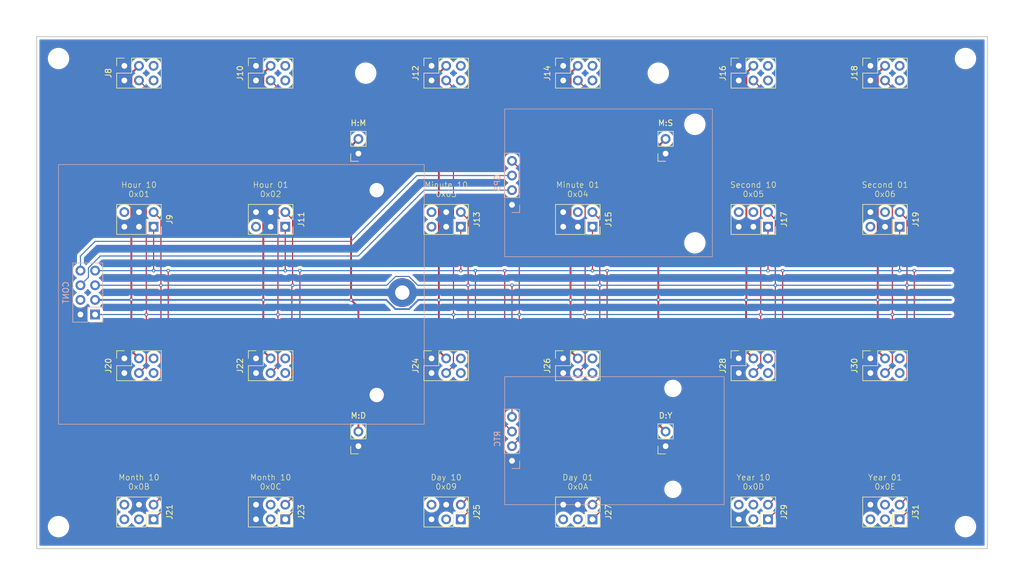
<source format=kicad_pcb>
(kicad_pcb (version 20240108) (generator "pcbnew") (generator_version "8.0")
  (layers (0 "F.Cu" signal) (31 "B.Cu" signal) (34 "B.Paste" user) (35 "F.Paste" user) (36 "B.SilkS" user "B.Silkscreen") (37 "F.SilkS" user "F.Silkscreen") (38 "B.Mask" user) (39 "F.Mask" user) (44 "Edge.Cuts" user))
  (net 0 "")
  (net 1 "GND")
  (net 2 "Vdd")
  (net 3 "Vnn")
  (net 4 "MCU TX {slash} GPS RX")
  (net 5 "SCL")
  (net 7 "MCU RX {slash} GPS TX")
  (net 8 "SDA")
  (net 11 "/Hour10/ADDR0")
  (net 14 "/Hour01/ADDR1")
  (net 17 "/Minute10/ADDR0")
  (net 18 "/Minute10/ADDR1")
  (net 21 "/Minute01/ADDR2")
  (net 24 "/Second10/ADDR2")
  (net 25 "/Second10/ADDR0")
  (net 28 "/Second01/ADDR1")
  (net 29 "/Second01/ADDR2")
  (net 32 "/Month10/ADDR0")
  (net 33 "/Month10/ADDR3")
  (net 36 "/Month01/ADDR3")
  (net 39 "/Day10/ADDR3")
  (net 40 "/Day10/ADDR0")
  (net 43 "/Day01/ADDR3")
  (net 46 "/Year10/ADDR0")
  (net 47 "/Year10/ADDR2")
  (net 48 "/Year10/ADDR3")
  (net 51 "/Year01/ADDR2")
  (net 52 "/Year01/ADDR3")
  (net 53 "/Year01/ADDR1")
  (net 54 "/Month10/ADDR1")
  (net 55 "/Month01/ADDR2")
  (net 56 "/Day01/ADDR1")
  (footprint "Connector_PinSocket_2.54mm:PinSocket_2x03_P2.54mm_Vertical" (layer "F.Cu") (at 77.47 96.52 -90)
    (property "Reference" "J9" (at -1.27 -2.77 90) (layer "F.SilkS"))
    (property "Value" "Conn_02x03_Odd_Even")
    (pad "1" thru_hole rect (at 0 0 270) (size 1.7 1.7) (drill 1) (layers "*.Cu" "*.Mask") (net 8 "SDA"))
    (pad "2" thru_hole oval (at -2.54 0 270) (size 1.7 1.7) (drill 1) (layers "*.Cu" "*.Mask") (net 5 "SCL"))
    (pad "3" thru_hole oval (at 0 2.54 270) (size 1.7 1.7) (drill 1) (layers "*.Cu" "*.Mask") (net 1 "GND"))
    (pad "4" thru_hole oval (at -2.54 2.54 270) (size 1.7 1.7) (drill 1) (layers "*.Cu" "*.Mask") (net 1 "GND"))
    (pad "5" thru_hole oval (at 0 5.08 270) (size 1.7 1.7) (drill 1) (layers "*.Cu" "*.Mask") (net 1 "GND"))
    (pad "6" thru_hole oval (at -2.54 5.08 270) (size 1.7 1.7) (drill 1) (layers "*.Cu" "*.Mask") (net 11 "/Hour10/ADDR0"))
  )
  (footprint "Connector_PinSocket_2.54mm:PinSocket_2x03_P2.54mm_Vertical" (layer "F.Cu") (at 179.070001 119.38 90)
    (property "Reference" "J28" (at -1.269999 -2.77 90) (layer "F.SilkS"))
    (property "Value" "Conn_02x03_Odd_Even")
    (pad "1" thru_hole rect (at 0 0 90) (size 1.7 1.7) (drill 1) (layers "*.Cu" "*.Mask") (net 1 "GND"))
    (pad "2" thru_hole oval (at -2.54 0 90) (size 1.7 1.7) (drill 1) (layers "*.Cu" "*.Mask") (net 1 "GND"))
    (pad "3" thru_hole oval (at 0 2.54 90) (size 1.7 1.7) (drill 1) (layers "*.Cu" "*.Mask") (net 3 "Vnn"))
    (pad "4" thru_hole oval (at -2.54 2.54 90) (size 1.7 1.7) (drill 1) (layers "*.Cu" "*.Mask") (net 2 "Vdd"))
    (pad "5" thru_hole oval (at 0 5.08 90) (size 1.7 1.7) (drill 1) (layers "*.Cu" "*.Mask"))
    (pad "6" thru_hole oval (at -2.54 5.08 90) (size 1.7 1.7) (drill 1) (layers "*.Cu" "*.Mask"))
  )
  (footprint "Connector_PinSocket_2.54mm:PinSocket_2x03_P2.54mm_Vertical" (layer "F.Cu") (at 77.47 147.32 -90)
    (property "Reference" "J21" (at -1.269999 -2.77 90) (layer "F.SilkS"))
    (property "Value" "Conn_02x03_Odd_Even")
    (pad "1" thru_hole rect (at 0 0 270) (size 1.7 1.7) (drill 1) (layers "*.Cu" "*.Mask") (net 8 "SDA"))
    (pad "2" thru_hole oval (at -2.54 0 270) (size 1.7 1.7) (drill 1) (layers "*.Cu" "*.Mask") (net 5 "SCL"))
    (pad "3" thru_hole oval (at 0 2.54 270) (size 1.7 1.7) (drill 1) (layers "*.Cu" "*.Mask") (net 33 "/Month10/ADDR3"))
    (pad "4" thru_hole oval (at -2.54 2.54 270) (size 1.7 1.7) (drill 1) (layers "*.Cu" "*.Mask") (net 1 "GND"))
    (pad "5" thru_hole oval (at 0 5.08 270) (size 1.7 1.7) (drill 1) (layers "*.Cu" "*.Mask") (net 54 "/Month10/ADDR1"))
    (pad "6" thru_hole oval (at -2.54 5.08 270) (size 1.7 1.7) (drill 1) (layers "*.Cu" "*.Mask") (net 32 "/Month10/ADDR0"))
  )
  (footprint "Connector_PinSocket_2.54mm:PinSocket_2x03_P2.54mm_Vertical" (layer "F.Cu") (at 72.390001 119.38 90)
    (property "Reference" "J20" (at -1.269999 -2.77 90) (layer "F.SilkS"))
    (property "Value" "Conn_02x03_Odd_Even")
    (pad "1" thru_hole rect (at 0 0 90) (size 1.7 1.7) (drill 1) (layers "*.Cu" "*.Mask") (net 1 "GND"))
    (pad "2" thru_hole oval (at -2.54 0 90) (size 1.7 1.7) (drill 1) (layers "*.Cu" "*.Mask") (net 1 "GND"))
    (pad "3" thru_hole oval (at 0 2.54 90) (size 1.7 1.7) (drill 1) (layers "*.Cu" "*.Mask") (net 3 "Vnn"))
    (pad "4" thru_hole oval (at -2.54 2.54 90) (size 1.7 1.7) (drill 1) (layers "*.Cu" "*.Mask") (net 2 "Vdd"))
    (pad "5" thru_hole oval (at 0 5.08 90) (size 1.7 1.7) (drill 1) (layers "*.Cu" "*.Mask"))
    (pad "6" thru_hole oval (at -2.54 5.08 90) (size 1.7 1.7) (drill 1) (layers "*.Cu" "*.Mask"))
  )
  (footprint "MountingHole:MountingHole_2.5mm" (layer "F.Cu") (at 167.64 142.113)
    (property "Reference" "H5" (hide yes))
    (property "Value" "MountingHole")
    (pad "" np_thru_hole circle (at 0 0) (size 2.5 2.5) (drill 2.5) (layers "*.Cu" "*.Mask"))
  )
  (footprint "Connector_PinSocket_2.54mm:PinSocket_1x02_P2.54mm_Vertical" (layer "F.Cu") (at 113.03 134.62 180)
    (property "Reference" "J5" (hide yes))
    (property "Value" "M:D" (at 0 5.31 0) (layer "F.SilkS"))
    (pad "1" thru_hole rect (at 0 0 180) (size 1.7 1.7) (drill 1) (layers "*.Cu" "*.Mask") (net 1 "GND"))
    (pad "2" thru_hole oval (at 0 2.54 180) (size 1.7 1.7) (drill 1) (layers "*.Cu" "*.Mask") (net 3 "Vnn"))
  )
  (footprint "Connector_PinSocket_2.54mm:PinSocket_2x03_P2.54mm_Vertical" (layer "F.Cu") (at 201.930001 119.38 90)
    (property "Reference" "J30" (at -1.269999 -2.77 90) (layer "F.SilkS"))
    (property "Value" "Conn_02x03_Odd_Even")
    (pad "1" thru_hole rect (at 0 0 90) (size 1.7 1.7) (drill 1) (layers "*.Cu" "*.Mask") (net 1 "GND"))
    (pad "2" thru_hole oval (at -2.54 0 90) (size 1.7 1.7) (drill 1) (layers "*.Cu" "*.Mask") (net 1 "GND"))
    (pad "3" thru_hole oval (at 0 2.54 90) (size 1.7 1.7) (drill 1) (layers "*.Cu" "*.Mask") (net 3 "Vnn"))
    (pad "4" thru_hole oval (at -2.54 2.54 90) (size 1.7 1.7) (drill 1) (layers "*.Cu" "*.Mask") (net 2 "Vdd"))
    (pad "5" thru_hole oval (at 0 5.08 90) (size 1.7 1.7) (drill 1) (layers "*.Cu" "*.Mask"))
    (pad "6" thru_hole oval (at -2.54 5.08 90) (size 1.7 1.7) (drill 1) (layers "*.Cu" "*.Mask"))
  )
  (footprint "Connector_PinSocket_2.54mm:PinSocket_2x03_P2.54mm_Vertical" (layer "F.Cu") (at 148.590001 119.38 90)
    (property "Reference" "J26" (at -1.269999 -2.77 90) (layer "F.SilkS"))
    (property "Value" "Conn_02x03_Odd_Even")
    (pad "1" thru_hole rect (at 0 0 90) (size 1.7 1.7) (drill 1) (layers "*.Cu" "*.Mask") (net 1 "GND"))
    (pad "2" thru_hole oval (at -2.54 0 90) (size 1.7 1.7) (drill 1) (layers "*.Cu" "*.Mask") (net 1 "GND"))
    (pad "3" thru_hole oval (at 0 2.54 90) (size 1.7 1.7) (drill 1) (layers "*.Cu" "*.Mask") (net 3 "Vnn"))
    (pad "4" thru_hole oval (at -2.54 2.54 90) (size 1.7 1.7) (drill 1) (layers "*.Cu" "*.Mask") (net 2 "Vdd"))
    (pad "5" thru_hole oval (at 0 5.08 90) (size 1.7 1.7) (drill 1) (layers "*.Cu" "*.Mask"))
    (pad "6" thru_hole oval (at -2.54 5.08 90) (size 1.7 1.7) (drill 1) (layers "*.Cu" "*.Mask"))
  )
  (footprint "Connector_PinSocket_2.54mm:PinSocket_2x03_P2.54mm_Vertical" (layer "F.Cu") (at 100.329999 96.52 -90)
    (property "Reference" "J11" (at -1.269999 -2.77 90) (layer "F.SilkS"))
    (property "Value" "Conn_02x03_Odd_Even")
    (pad "1" thru_hole rect (at 0 0 270) (size 1.7 1.7) (drill 1) (layers "*.Cu" "*.Mask") (net 8 "SDA"))
    (pad "2" thru_hole oval (at -2.54 0 270) (size 1.7 1.7) (drill 1) (layers "*.Cu" "*.Mask") (net 5 "SCL"))
    (pad "3" thru_hole oval (at 0 2.54 270) (size 1.7 1.7) (drill 1) (layers "*.Cu" "*.Mask") (net 1 "GND"))
    (pad "4" thru_hole oval (at -2.54 2.54 270) (size 1.7 1.7) (drill 1) (layers "*.Cu" "*.Mask") (net 1 "GND"))
    (pad "5" thru_hole oval (at 0 5.08 270) (size 1.7 1.7) (drill 1) (layers "*.Cu" "*.Mask") (net 14 "/Hour01/ADDR1"))
    (pad "6" thru_hole oval (at -2.54 5.08 270) (size 1.7 1.7) (drill 1) (layers "*.Cu" "*.Mask") (net 1 "GND"))
  )
  (footprint "Connector_PinSocket_2.54mm:PinSocket_2x03_P2.54mm_Vertical" (layer "F.Cu") (at 130.81 147.32 -90)
    (property "Reference" "J25" (at -1.269999 -2.77 90) (layer "F.SilkS"))
    (property "Value" "Conn_02x03_Odd_Even")
    (pad "1" thru_hole rect (at 0 0 270) (size 1.7 1.7) (drill 1) (layers "*.Cu" "*.Mask") (net 8 "SDA"))
    (pad "2" thru_hole oval (at -2.54 0 270) (size 1.7 1.7) (drill 1) (layers "*.Cu" "*.Mask") (net 5 "SCL"))
    (pad "3" thru_hole oval (at 0 2.54 270) (size 1.7 1.7) (drill 1) (layers "*.Cu" "*.Mask") (net 39 "/Day10/ADDR3"))
    (pad "4" thru_hole oval (at -2.54 2.54 270) (size 1.7 1.7) (drill 1) (layers "*.Cu" "*.Mask") (net 1 "GND"))
    (pad "5" thru_hole oval (at 0 5.08 270) (size 1.7 1.7) (drill 1) (layers "*.Cu" "*.Mask") (net 1 "GND"))
    (pad "6" thru_hole oval (at -2.54 5.08 270) (size 1.7 1.7) (drill 1) (layers "*.Cu" "*.Mask") (net 40 "/Day10/ADDR0"))
  )
  (footprint "Connector_PinSocket_2.54mm:PinSocket_2x03_P2.54mm_Vertical" (layer "F.Cu") (at 95.25 68.58 90)
    (property "Reference" "J10" (at -1.269999 -2.77 90) (layer "F.SilkS"))
    (property "Value" "Conn_02x03_Odd_Even")
    (pad "1" thru_hole rect (at 0 0 90) (size 1.7 1.7) (drill 1) (layers "*.Cu" "*.Mask") (net 1 "GND"))
    (pad "2" thru_hole oval (at -2.54 0 90) (size 1.7 1.7) (drill 1) (layers "*.Cu" "*.Mask") (net 1 "GND"))
    (pad "3" thru_hole oval (at 0 2.54 90) (size 1.7 1.7) (drill 1) (layers "*.Cu" "*.Mask") (net 3 "Vnn"))
    (pad "4" thru_hole oval (at -2.54 2.54 90) (size 1.7 1.7) (drill 1) (layers "*.Cu" "*.Mask") (net 2 "Vdd"))
    (pad "5" thru_hole oval (at 0 5.08 90) (size 1.7 1.7) (drill 1) (layers "*.Cu" "*.Mask"))
    (pad "6" thru_hole oval (at -2.54 5.08 90) (size 1.7 1.7) (drill 1) (layers "*.Cu" "*.Mask"))
  )
  (footprint "MountingHole:MountingHole_3.2mm_M3" (layer "F.Cu") (at 114.3 69.85)
    (property "Reference" "H12" (hide yes))
    (property "Value" "MountingHole")
    (pad "" np_thru_hole circle (at 0 0) (size 3.2 3.2) (drill 3.2) (layers "*.Cu" "*.Mask"))
  )
  (footprint "MountingHole:MountingHole_2.5mm_Pad" (layer "F.Cu") (at 116.205 90.17)
    (property "Reference" "H1" (hide yes))
    (property "Value" "MountingHole_Pad")
    (pad "1" thru_hole circle (at 0 0) (size 5 5) (drill 2.5) (layers "*.Cu" "*.Mask") (net 1 "GND"))
  )
  (footprint "Connector_PinSocket_2.54mm:PinSocket_2x03_P2.54mm_Vertical" (layer "F.Cu") (at 184.15 96.52 -90)
    (property "Reference" "J17" (at -1.269999 -2.77 90) (layer "F.SilkS"))
    (property "Value" "Conn_02x03_Odd_Even")
    (pad "1" thru_hole rect (at 0 0 270) (size 1.7 1.7) (drill 1) (layers "*.Cu" "*.Mask") (net 8 "SDA"))
    (pad "2" thru_hole oval (at -2.54 0 270) (size 1.7 1.7) (drill 1) (layers "*.Cu" "*.Mask") (net 5 "SCL"))
    (pad "3" thru_hole oval (at 0 2.54 270) (size 1.7 1.7) (drill 1) (layers "*.Cu" "*.Mask") (net 1 "GND"))
    (pad "4" thru_hole oval (at -2.54 2.54 270) (size 1.7 1.7) (drill 1) (layers "*.Cu" "*.Mask") (net 24 "/Second10/ADDR2"))
    (pad "5" thru_hole oval (at 0 5.08 270) (size 1.7 1.7) (drill 1) (layers "*.Cu" "*.Mask") (net 1 "GND"))
    (pad "6" thru_hole oval (at -2.54 5.08 270) (size 1.7 1.7) (drill 1) (layers "*.Cu" "*.Mask") (net 25 "/Second10/ADDR0"))
  )
  (footprint "Connector_PinSocket_2.54mm:PinSocket_2x03_P2.54mm_Vertical" (layer "F.Cu") (at 148.590001 68.58 90)
    (property "Reference" "J14" (at -1.269999 -2.77 90) (layer "F.SilkS"))
    (property "Value" "Conn_02x03_Odd_Even")
    (pad "1" thru_hole rect (at 0 0 90) (size 1.7 1.7) (drill 1) (layers "*.Cu" "*.Mask") (net 1 "GND"))
    (pad "2" thru_hole oval (at -2.54 0 90) (size 1.7 1.7) (drill 1) (layers "*.Cu" "*.Mask") (net 1 "GND"))
    (pad "3" thru_hole oval (at 0 2.54 90) (size 1.7 1.7) (drill 1) (layers "*.Cu" "*.Mask") (net 3 "Vnn"))
    (pad "4" thru_hole oval (at -2.54 2.54 90) (size 1.7 1.7) (drill 1) (layers "*.Cu" "*.Mask") (net 2 "Vdd"))
    (pad "5" thru_hole oval (at 0 5.08 90) (size 1.7 1.7) (drill 1) (layers "*.Cu" "*.Mask"))
    (pad "6" thru_hole oval (at -2.54 5.08 90) (size 1.7 1.7) (drill 1) (layers "*.Cu" "*.Mask"))
  )
  (footprint "Connector_PinSocket_2.54mm:PinSocket_2x03_P2.54mm_Vertical" (layer "F.Cu") (at 184.15 147.32 -90)
    (property "Reference" "J29" (at -1.269999 -2.77 90) (layer "F.SilkS"))
    (property "Value" "Conn_02x03_Odd_Even")
    (pad "1" thru_hole rect (at 0 0 270) (size 1.7 1.7) (drill 1) (layers "*.Cu" "*.Mask") (net 8 "SDA"))
    (pad "2" thru_hole oval (at -2.54 0 270) (size 1.7 1.7) (drill 1) (layers "*.Cu" "*.Mask") (net 5 "SCL"))
    (pad "3" thru_hole oval (at 0 2.54 270) (size 1.7 1.7) (drill 1) (layers "*.Cu" "*.Mask") (net 48 "/Year10/ADDR3"))
    (pad "4" thru_hole oval (at -2.54 2.54 270) (size 1.7 1.7) (drill 1) (layers "*.Cu" "*.Mask") (net 47 "/Year10/ADDR2"))
    (pad "5" thru_hole oval (at 0 5.08 270) (size 1.7 1.7) (drill 1) (layers "*.Cu" "*.Mask") (net 1 "GND"))
    (pad "6" thru_hole oval (at -2.54 5.08 270) (size 1.7 1.7) (drill 1) (layers "*.Cu" "*.Mask") (net 46 "/Year10/ADDR0"))
  )
  (footprint "Connector_PinSocket_2.54mm:PinSocket_2x03_P2.54mm_Vertical" (layer "F.Cu") (at 153.67 147.32 -90)
    (property "Reference" "J27" (at -1.269999 -2.77 90) (layer "F.SilkS"))
    (property "Value" "Conn_02x03_Odd_Even")
    (pad "1" thru_hole rect (at 0 0 270) (size 1.7 1.7) (drill 1) (layers "*.Cu" "*.Mask") (net 8 "SDA"))
    (pad "2" thru_hole oval (at -2.54 0 270) (size 1.7 1.7) (drill 1) (layers "*.Cu" "*.Mask") (net 5 "SCL"))
    (pad "3" thru_hole oval (at 0 2.54 270) (size 1.7 1.7) (drill 1) (layers "*.Cu" "*.Mask") (net 43 "/Day01/ADDR3"))
    (pad "4" thru_hole oval (at -2.54 2.54 270) (size 1.7 1.7) (drill 1) (layers "*.Cu" "*.Mask") (net 1 "GND"))
    (pad "5" thru_hole oval (at 0 5.08 270) (size 1.7 1.7) (drill 1) (layers "*.Cu" "*.Mask") (net 56 "/Day01/ADDR1"))
    (pad "6" thru_hole oval (at -2.54 5.08 270) (size 1.7 1.7) (drill 1) (layers "*.Cu" "*.Mask") (net 1 "GND"))
  )
  (footprint "Connector_PinSocket_2.54mm:PinSocket_2x03_P2.54mm_Vertical" (layer "F.Cu") (at 72.39 68.58 90)
    (property "Reference" "J8" (at -1.27 -2.77 90) (layer "F.SilkS"))
    (property "Value" "Conn_02x03_Odd_Even")
    (pad "1" thru_hole rect (at 0 0 90) (size 1.7 1.7) (drill 1) (layers "*.Cu" "*.Mask") (net 1 "GND"))
    (pad "2" thru_hole oval (at -2.54 0 90) (size 1.7 1.7) (drill 1) (layers "*.Cu" "*.Mask") (net 1 "GND"))
    (pad "3" thru_hole oval (at 0 2.54 90) (size 1.7 1.7) (drill 1) (layers "*.Cu" "*.Mask") (net 3 "Vnn"))
    (pad "4" thru_hole oval (at -2.54 2.54 90) (size 1.7 1.7) (drill 1) (layers "*.Cu" "*.Mask") (net 2 "Vdd"))
    (pad "5" thru_hole oval (at 0 5.08 90) (size 1.7 1.7) (drill 1) (layers "*.Cu" "*.Mask"))
    (pad "6" thru_hole oval (at -2.54 5.08 90) (size 1.7 1.7) (drill 1) (layers "*.Cu" "*.Mask"))
  )
  (footprint "MountingHole:MountingHole_3.2mm_M3" (layer "F.Cu") (at 171.45 99.314)
    (property "Reference" "H6" (hide yes))
    (property "Value" "MountingHole")
    (pad "" np_thru_hole circle (at 0 0) (size 3.2 3.2) (drill 3.2) (layers "*.Cu" "*.Mask"))
  )
  (footprint "Connector_PinSocket_2.54mm:PinSocket_2x03_P2.54mm_Vertical" (layer "F.Cu") (at 130.809999 96.52 -90)
    (property "Reference" "J13" (at -1.269999 -2.77 90) (layer "F.SilkS"))
    (property "Value" "Conn_02x03_Odd_Even")
    (pad "1" thru_hole rect (at 0 0 270) (size 1.7 1.7) (drill 1) (layers "*.Cu" "*.Mask") (net 8 "SDA"))
    (pad "2" thru_hole oval (at -2.54 0 270) (size 1.7 1.7) (drill 1) (layers "*.Cu" "*.Mask") (net 5 "SCL"))
    (pad "3" thru_hole oval (at 0 2.54 270) (size 1.7 1.7) (drill 1) (layers "*.Cu" "*.Mask") (net 1 "GND"))
    (pad "4" thru_hole oval (at -2.54 2.54 270) (size 1.7 1.7) (drill 1) (layers "*.Cu" "*.Mask") (net 1 "GND"))
    (pad "5" thru_hole oval (at 0 5.08 270) (size 1.7 1.7) (drill 1) (layers "*.Cu" "*.Mask") (net 18 "/Minute10/ADDR1"))
    (pad "6" thru_hole oval (at -2.54 5.08 270) (size 1.7 1.7) (drill 1) (layers "*.Cu" "*.Mask") (net 17 "/Minute10/ADDR0"))
  )
  (footprint "Connector_PinSocket_2.54mm:PinSocket_2x03_P2.54mm_Vertical" (layer "F.Cu") (at 179.070001 68.58 90)
    (property "Reference" "J16" (at -1.269999 -2.77 90) (layer "F.SilkS"))
    (property "Value" "Conn_02x03_Odd_Even")
    (pad "1" thru_hole rect (at 0 0 90) (size 1.7 1.7) (drill 1) (layers "*.Cu" "*.Mask") (net 1 "GND"))
    (pad "2" thru_hole oval (at -2.54 0 90) (size 1.7 1.7) (drill 1) (layers "*.Cu" "*.Mask") (net 1 "GND"))
    (pad "3" thru_hole oval (at 0 2.54 90) (size 1.7 1.7) (drill 1) (layers "*.Cu" "*.Mask") (net 3 "Vnn"))
    (pad "4" thru_hole oval (at -2.54 2.54 90) (size 1.7 1.7) (drill 1) (layers "*.Cu" "*.Mask") (net 2 "Vdd"))
    (pad "5" thru_hole oval (at 0 5.08 90) (size 1.7 1.7) (drill 1) (layers "*.Cu" "*.Mask"))
    (pad "6" thru_hole oval (at -2.54 5.08 90) (size 1.7 1.7) (drill 1) (layers "*.Cu" "*.Mask"))
  )
  (footprint "Connector_PinSocket_2.54mm:PinSocket_2x03_P2.54mm_Vertical" (layer "F.Cu") (at 207.01 96.52 -90)
    (property "Reference" "J19" (at -1.269999 -2.77 90) (layer "F.SilkS"))
    (property "Value" "Conn_02x03_Odd_Even")
    (pad "1" thru_hole rect (at 0 0 270) (size 1.7 1.7) (drill 1) (layers "*.Cu" "*.Mask") (net 8 "SDA"))
    (pad "2" thru_hole oval (at -2.54 0 270) (size 1.7 1.7) (drill 1) (layers "*.Cu" "*.Mask") (net 5 "SCL"))
    (pad "3" thru_hole oval (at 0 2.54 270) (size 1.7 1.7) (drill 1) (layers "*.Cu" "*.Mask") (net 1 "GND"))
    (pad "4" thru_hole oval (at -2.54 2.54 270) (size 1.7 1.7) (drill 1) (layers "*.Cu" "*.Mask") (net 29 "/Second01/ADDR2"))
    (pad "5" thru_hole oval (at 0 5.08 270) (size 1.7 1.7) (drill 1) (layers "*.Cu" "*.Mask") (net 28 "/Second01/ADDR1"))
    (pad "6" thru_hole oval (at -2.54 5.08 270) (size 1.7 1.7) (drill 1) (layers "*.Cu" "*.Mask") (net 1 "GND"))
  )
  (footprint "MountingHole:MountingHole_2.5mm" (layer "F.Cu") (at 167.64 124.587)
    (property "Reference" "H2" (hide yes))
    (property "Value" "MountingHole")
    (pad "" np_thru_hole circle (at 0 0) (size 2.5 2.5) (drill 2.5) (layers "*.Cu" "*.Mask"))
  )
  (footprint "MountingHole:MountingHole_3.2mm_M3" (layer "F.Cu") (at 218.44 67.31)
    (property "Reference" "H9" (hide yes))
    (property "Value" "MountingHole")
    (pad "" np_thru_hole circle (at 0 0) (size 3.2 3.2) (drill 3.2) (layers "*.Cu" "*.Mask"))
  )
  (footprint "Connector_PinSocket_2.54mm:PinSocket_2x03_P2.54mm_Vertical" (layer "F.Cu") (at 125.73 68.58 90)
    (property "Reference" "J12" (at -1.269999 -2.77 90) (layer "F.SilkS"))
    (property "Value" "Conn_02x03_Odd_Even")
    (pad "1" thru_hole rect (at 0 0 90) (size 1.7 1.7) (drill 1) (layers "*.Cu" "*.Mask") (net 1 "GND"))
    (pad "2" thru_hole oval (at -2.54 0 90) (size 1.7 1.7) (drill 1) (layers "*.Cu" "*.Mask") (net 1 "GND"))
    (pad "3" thru_hole oval (at 0 2.54 90) (size 1.7 1.7) (drill 1) (layers "*.Cu" "*.Mask") (net 3 "Vnn"))
    (pad "4" thru_hole oval (at -2.54 2.54 90) (size 1.7 1.7) (drill 1) (layers "*.Cu" "*.Mask") (net 2 "Vdd"))
    (pad "5" thru_hole oval (at 0 5.08 90) (size 1.7 1.7) (drill 1) (layers "*.Cu" "*.Mask"))
    (pad "6" thru_hole oval (at -2.54 5.08 90) (size 1.7 1.7) (drill 1) (layers "*.Cu" "*.Mask"))
  )
  (footprint "Connector_PinSocket_2.54mm:PinSocket_2x03_P2.54mm_Vertical" (layer "F.Cu") (at 207.01 147.32 -90)
    (property "Reference" "J31" (at -1.269999 -2.77 90) (layer "F.SilkS"))
    (property "Value" "Conn_02x03_Odd_Even")
    (pad "1" thru_hole rect (at 0 0 270) (size 1.7 1.7) (drill 1) (layers "*.Cu" "*.Mask") (net 8 "SDA"))
    (pad "2" thru_hole oval (at -2.54 0 270) (size 1.7 1.7) (drill 1) (layers "*.Cu" "*.Mask") (net 5 "SCL"))
    (pad "3" thru_hole oval (at 0 2.54 270) (size 1.7 1.7) (drill 1) (layers "*.Cu" "*.Mask") (net 52 "/Year01/ADDR3"))
    (pad "4" thru_hole oval (at -2.54 2.54 270) (size 1.7 1.7) (drill 1) (layers "*.Cu" "*.Mask") (net 51 "/Year01/ADDR2"))
    (pad "5" thru_hole oval (at 0 5.08 270) (size 1.7 1.7) (drill 1) (layers "*.Cu" "*.Mask") (net 53 "/Year01/ADDR1"))
    (pad "6" thru_hole oval (at -2.54 5.08 270) (size 1.7 1.7) (drill 1) (layers "*.Cu" "*.Mask") (net 1 "GND"))
  )
  (footprint "Connector_PinSocket_2.54mm:PinSocket_1x02_P2.54mm_Vertical" (layer "F.Cu") (at 113.03 83.82 180)
    (property "Reference" "J4" (hide yes))
    (property "Value" "H:M" (at 0 5.31 0) (layer "F.SilkS"))
    (pad "1" thru_hole rect (at 0 0 180) (size 1.7 1.7) (drill 1) (layers "*.Cu" "*.Mask") (net 1 "GND"))
    (pad "2" thru_hole oval (at 0 2.54 180) (size 1.7 1.7) (drill 1) (layers "*.Cu" "*.Mask") (net 3 "Vnn"))
  )
  (footprint "Connector_PinSocket_2.54mm:PinSocket_2x03_P2.54mm_Vertical" (layer "F.Cu") (at 201.930001 68.58 90)
    (property "Reference" "J18" (at -1.269999 -2.77 90) (layer "F.SilkS"))
    (property "Value" "Conn_02x03_Odd_Even")
    (pad "1" thru_hole rect (at 0 0 90) (size 1.7 1.7) (drill 1) (layers "*.Cu" "*.Mask") (net 1 "GND"))
    (pad "2" thru_hole oval (at -2.54 0 90) (size 1.7 1.7) (drill 1) (layers "*.Cu" "*.Mask") (net 1 "GND"))
    (pad "3" thru_hole oval (at 0 2.54 90) (size 1.7 1.7) (drill 1) (layers "*.Cu" "*.Mask") (net 3 "Vnn"))
    (pad "4" thru_hole oval (at -2.54 2.54 90) (size 1.7 1.7) (drill 1) (layers "*.Cu" "*.Mask") (net 2 "Vdd"))
    (pad "5" thru_hole oval (at 0 5.08 90) (size 1.7 1.7) (drill 1) (layers "*.Cu" "*.Mask"))
    (pad "6" thru_hole oval (at -2.54 5.08 90) (size 1.7 1.7) (drill 1) (layers "*.Cu" "*.Mask"))
  )
  (footprint "MountingHole:MountingHole_3.2mm_M3" (layer "F.Cu") (at 165.1 69.85)
    (property "Reference" "H13" (hide yes))
    (property "Value" "MountingHole")
    (pad "" np_thru_hole circle (at 0 0) (size 3.2 3.2) (drill 3.2) (layers "*.Cu" "*.Mask"))
  )
  (footprint "MountingHole:MountingHole_3.2mm_M3" (layer "F.Cu") (at 60.96 148.59)
    (property "Reference" "H11" (hide yes))
    (property "Value" "MountingHole")
    (pad "" np_thru_hole circle (at 0 0) (size 3.2 3.2) (drill 3.2) (layers "*.Cu" "*.Mask"))
  )
  (footprint "MountingHole:MountingHole_3.2mm_M3" (layer "F.Cu") (at 171.45 78.74)
    (property "Reference" "H3" (hide yes))
    (property "Value" "MountingHole")
    (pad "" np_thru_hole circle (at 0 0) (size 3.2 3.2) (drill 3.2) (layers "*.Cu" "*.Mask"))
  )
  (footprint "MountingHole:MountingHole_2.5mm_Pad" (layer "F.Cu") (at 116.205 125.73)
    (property "Reference" "H7" (hide yes))
    (property "Value" "MountingHole_Pad")
    (pad "1" thru_hole circle (at 0 0) (size 5 5) (drill 2.5) (layers "*.Cu" "*.Mask") (net 1 "GND"))
  )
  (footprint "MountingHole:MountingHole_3.2mm_M3" (layer "F.Cu") (at 218.44 148.59)
    (property "Reference" "H10" (hide yes))
    (property "Value" "MountingHole")
    (pad "" np_thru_hole circle (at 0 0) (size 3.2 3.2) (drill 3.2) (layers "*.Cu" "*.Mask"))
  )
  (footprint "Connector_PinSocket_2.54mm:PinSocket_2x03_P2.54mm_Vertical" (layer "F.Cu") (at 125.730001 119.38 90)
    (property "Reference" "J24" (at -1.269999 -2.77 90) (layer "F.SilkS"))
    (property "Value" "Conn_02x03_Odd_Even")
    (pad "1" thru_hole rect (at 0 0 90) (size 1.7 1.7) (drill 1) (layers "*.Cu" "*.Mask") (net 1 "GND"))
    (pad "2" thru_hole oval (at -2.54 0 90) (size 1.7 1.7) (drill 1) (layers "*.Cu" "*.Mask") (net 1 "GND"))
    (pad "3" thru_hole oval (at 0 2.54 90) (size 1.7 1.7) (drill 1) (layers "*.Cu" "*.Mask") (net 3 "Vnn"))
    (pad "4" thru_hole oval (at -2.54 2.54 90) (size 1.7 1.7) (drill 1) (layers "*.Cu" "*.Mask") (net 2 "Vdd"))
    (pad "5" thru_hole oval (at 0 5.08 90) (size 1.7 1.7) (drill 1) (layers "*.Cu" "*.Mask"))
    (pad "6" thru_hole oval (at -2.54 5.08 90) (size 1.7 1.7) (drill 1) (layers "*.Cu" "*.Mask"))
  )
  (footprint "Connector_PinSocket_2.54mm:PinSocket_2x03_P2.54mm_Vertical" (layer "F.Cu") (at 100.33 147.32 -90)
    (property "Reference" "J23" (at -1.269999 -2.77 90) (layer "F.SilkS"))
    (property "Value" "Conn_02x03_Odd_Even")
    (pad "1" thru_hole rect (at 0 0 270) (size 1.7 1.7) (drill 1) (layers "*.Cu" "*.Mask") (net 8 "SDA"))
    (pad "2" thru_hole oval (at -2.54 0 270) (size 1.7 1.7) (drill 1) (layers "*.Cu" "*.Mask") (net 5 "SCL"))
    (pad "3" thru_hole oval (at 0 2.54 270) (size 1.7 1.7) (drill 1) (layers "*.Cu" "*.Mask") (net 36 "/Month01/ADDR3"))
    (pad "4" thru_hole oval (at -2.54 2.54 270) (size 1.7 1.7) (drill 1) (layers "*.Cu" "*.Mask") (net 55 "/Month01/ADDR2"))
    (pad "5" thru_hole oval (at 0 5.08 270) (size 1.7 1.7) (drill 1) (layers "*.Cu" "*.Mask") (net 1 "GND"))
    (pad "6" thru_hole oval (at -2.54 5.08 270) (size 1.7 1.7) (drill 1) (layers "*.Cu" "*.Mask") (net 1 "GND"))
  )
  (footprint "Connector_PinSocket_2.54mm:PinSocket_1x02_P2.54mm_Vertical" (layer "F.Cu") (at 166.37 83.82 180)
    (property "Reference" "J6" (hide yes))
    (property "Value" "M:S" (at 0 5.31 0) (layer "F.SilkS"))
    (pad "1" thru_hole rect (at 0 0 180) (size 1.7 1.7) (drill 1) (layers "*.Cu" "*.Mask") (net 1 "GND"))
    (pad "2" thru_hole oval (at 0 2.54 180) (size 1.7 1.7) (drill 1) (layers "*.Cu" "*.Mask") (net 3 "Vnn"))
  )
  (footprint "MountingHole:MountingHole_3.2mm_M3" (layer "F.Cu") (at 60.96 67.31)
    (property "Reference" "H8" (hide yes))
    (property "Value" "MountingHole")
    (pad "" np_thru_hole circle (at 0 0) (size 3.2 3.2) (drill 3.2) (layers "*.Cu" "*.Mask"))
  )
  (footprint "MountingHole:MountingHole_2.5mm_Pad" (layer "F.Cu") (at 120.65 107.95)
    (property "Reference" "H4" (hide yes))
    (property "Value" "MountingHole_Pad")
    (pad "1" thru_hole circle (at 0 0) (size 5 5) (drill 2.5) (layers "*.Cu" "*.Mask") (net 1 "GND"))
  )
  (footprint "Connector_PinSocket_2.54mm:PinSocket_2x03_P2.54mm_Vertical" (layer "F.Cu") (at 153.67 96.52 -90)
    (property "Reference" "J15" (at -1.269999 -2.77 90) (layer "F.SilkS"))
    (property "Value" "Conn_02x03_Odd_Even")
    (pad "1" thru_hole rect (at 0 0 270) (size 1.7 1.7) (drill 1) (layers "*.Cu" "*.Mask") (net 8 "SDA"))
    (pad "2" thru_hole oval (at -2.54 0 270) (size 1.7 1.7) (drill 1) (layers "*.Cu" "*.Mask") (net 5 "SCL"))
    (pad "3" thru_hole oval (at 0 2.54 270) (size 1.7 1.7) (drill 1) (layers "*.Cu" "*.Mask") (net 1 "GND"))
    (pad "4" thru_hole oval (at -2.54 2.54 270) (size 1.7 1.7) (drill 1) (layers "*.Cu" "*.Mask") (net 21 "/Minute01/ADDR2"))
    (pad "5" thru_hole oval (at 0 5.08 270) (size 1.7 1.7) (drill 1) (layers "*.Cu" "*.Mask") (net 1 "GND"))
    (pad "6" thru_hole oval (at -2.54 5.08 270) (size 1.7 1.7) (drill 1) (layers "*.Cu" "*.Mask") (net 1 "GND"))
  )
  (footprint "Connector_PinSocket_2.54mm:PinSocket_1x02_P2.54mm_Vertical" (layer "F.Cu") (at 166.37 134.62 180)
    (property "Reference" "J7" (hide yes))
    (property "Value" "D:Y" (at 0 5.31 0) (layer "F.SilkS"))
    (pad "1" thru_hole rect (at 0 0 180) (size 1.7 1.7) (drill 1) (layers "*.Cu" "*.Mask") (net 1 "GND"))
    (pad "2" thru_hole oval (at 0 2.54 180) (size 1.7 1.7) (drill 1) (layers "*.Cu" "*.Mask") (net 3 "Vnn"))
  )
  (footprint "Connector_PinSocket_2.54mm:PinSocket_2x03_P2.54mm_Vertical" (layer "F.Cu") (at 95.250001 119.38 90)
    (property "Reference" "J22" (at -1.269999 -2.77 90) (layer "F.SilkS"))
    (property "Value" "Conn_02x03_Odd_Even")
    (pad "1" thru_hole rect (at 0 0 90) (size 1.7 1.7) (drill 1) (layers "*.Cu" "*.Mask") (net 1 "GND"))
    (pad "2" thru_hole oval (at -2.54 0 90) (size 1.7 1.7) (drill 1) (layers "*.Cu" "*.Mask") (net 1 "GND"))
    (pad "3" thru_hole oval (at 0 2.54 90) (size 1.7 1.7) (drill 1) (layers "*.Cu" "*.Mask") (net 3 "Vnn"))
    (pad "4" thru_hole oval (at -2.54 2.54 90) (size 1.7 1.7) (drill 1) (layers "*.Cu" "*.Mask") (net 2 "Vdd"))
    (pad "5" thru_hole oval (at 0 5.08 90) (size 1.7 1.7) (drill 1) (layers "*.Cu" "*.Mask"))
    (pad "6" thru_hole oval (at -2.54 5.08 90) (size 1.7 1.7) (drill 1) (layers "*.Cu" "*.Mask"))
  )
  (footprint "Connector_PinSocket_2.54mm:PinSocket_2x04_P2.54mm_Vertical" (layer "B.Cu") (at 67.31 111.76)
    (property "Reference" "J3" (hide yes))
    (property "Value" "CONT" (at -5.08 -3.81 90) (layer "B.SilkS") (effects (justify mirror)))
    (pad "1" thru_hole rect (at 0 0) (size 1.7 1.7) (drill 1) (layers "*.Cu" "*.Mask") (net 2 "Vdd"))
    (pad "2" thru_hole oval (at -2.54 0) (size 1.7 1.7) (drill 1) (layers "*.Cu" "*.Mask") (net 1 "GND"))
    (pad "3" thru_hole oval (at 0 -2.54) (size 1.7 1.7) (drill 1) (layers "*.Cu" "*.Mask") (net 3 "Vnn"))
    (pad "4" thru_hole oval (at -2.54 -2.54) (size 1.7 1.7) (drill 1) (layers "*.Cu" "*.Mask"))
    (pad "5" thru_hole oval (at 0 -5.08) (size 1.7 1.7) (drill 1) (layers "*.Cu" "*.Mask") (net 5 "SCL"))
    (pad "6" thru_hole oval (at -2.54 -5.08) (size 1.7 1.7) (drill 1) (layers "*.Cu" "*.Mask") (net 7 "MCU RX {slash} GPS TX"))
    (pad "7" thru_hole oval (at 0 -7.62) (size 1.7 1.7) (drill 1) (layers "*.Cu" "*.Mask") (net 8 "SDA"))
    (pad "8" thru_hole oval (at -2.54 -7.62) (size 1.7 1.7) (drill 1) (layers "*.Cu" "*.Mask") (net 4 "MCU TX {slash} GPS RX"))
  )
  (footprint "Connector_PinSocket_2.54mm:PinSocket_1x04_P2.54mm_Vertical" (layer "B.Cu") (at 139.7 92.71)
    (property "Reference" "J1" (hide yes))
    (property "Value" "GPS" (at -2.54 -3.81 90) (layer "B.SilkS") (effects (justify mirror)))
    (pad "1" thru_hole rect (at 0 0) (size 1.7 1.7) (drill 1) (layers "*.Cu" "*.Mask") (net 1 "GND"))
    (pad "2" thru_hole oval (at 0 -2.54) (size 1.7 1.7) (drill 1) (layers "*.Cu" "*.Mask") (net 7 "MCU RX {slash} GPS TX"))
    (pad "3" thru_hole oval (at 0 -5.08) (size 1.7 1.7) (drill 1) (layers "*.Cu" "*.Mask") (net 4 "MCU TX {slash} GPS RX"))
    (pad "4" thru_hole oval (at 0 -7.62) (size 1.7 1.7) (drill 1) (layers "*.Cu" "*.Mask") (net 2 "Vdd"))
  )
  (footprint "Connector_PinSocket_2.54mm:PinSocket_1x04_P2.54mm_Vertical" (layer "B.Cu") (at 139.7 137.16)
    (property "Reference" "J2" (hide yes))
    (property "Value" "RTC" (at -2.54 -3.81 90) (layer "B.SilkS") (effects (justify mirror)))
    (pad "1" thru_hole rect (at 0 0) (size 1.7 1.7) (drill 1) (layers "*.Cu" "*.Mask") (net 1 "GND"))
    (pad "2" thru_hole oval (at 0 -2.54) (size 1.7 1.7) (drill 1) (layers "*.Cu" "*.Mask") (net 2 "Vdd"))
    (pad "3" thru_hole oval (at 0 -5.08) (size 1.7 1.7) (drill 1) (layers "*.Cu" "*.Mask") (net 8 "SDA"))
    (pad "4" thru_hole oval (at 0 -7.62) (size 1.7 1.7) (drill 1) (layers "*.Cu" "*.Mask") (net 5 "SCL"))
  )
  (gr_rect (start 138.43 76.073) (end 174.498 101.727) (stroke (width 0.1)) (fill none) (layer "B.SilkS"))
  (gr_rect (start 60.96 85.725) (end 124.46 130.81) (stroke (width 0.1)) (fill none) (layer "B.SilkS"))
  (gr_rect (start 138.43 122.555) (end 176.53 144.78) (stroke (width 0.1)) (fill none) (layer "B.SilkS"))
  (gr_rect (start 57.15 63.5) (end 222.25 152.4) (stroke (width 0.2)) (fill none) (layer "Edge.Cuts"))
  (gr_text "Hour 10\n0x01" (at 74.93 91.44 0) (layer "F.SilkS") (effects (font (size 1 1) (thickness 0.1)) (justify bottom)))
  (gr_text "Minute 10\n0x03" (at 128.27 91.44 0) (layer "F.SilkS") (effects (font (size 1 1) (thickness 0.1)) (justify bottom)))
  (gr_text "Second 01\n0x06" (at 204.47 91.44 0) (layer "F.SilkS") (effects (font (size 1 1) (thickness 0.1)) (justify bottom)))
  (gr_text "Year 01\n0x0E" (at 204.47 142.24 0) (layer "F.SilkS") (effects (font (size 1 1) (thickness 0.1)) (justify bottom)))
  (gr_text "Year 10\n0x0D" (at 181.61 142.24 0) (layer "F.SilkS") (effects (font (size 1 1) (thickness 0.1)) (justify bottom)))
  (gr_text "Minute 01\n0x04" (at 151.13 91.44 0) (layer "F.SilkS") (effects (font (size 1 1) (thickness 0.1)) (justify bottom)))
  (gr_text "Day 01\n0x0A" (at 151.13 142.24 0) (layer "F.SilkS") (effects (font (size 1 1) (thickness 0.1)) (justify bottom)))
  (gr_text "Month 10\n0x0C" (at 97.79 142.24 0) (layer "F.SilkS") (effects (font (size 1 1) (thickness 0.1)) (justify bottom)))
  (gr_text "Day 10\n0x09" (at 128.27 142.24 0) (layer "F.SilkS") (effects (font (size 1 1) (thickness 0.1)) (justify bottom)))
  (gr_text "Second 10\n0x05" (at 181.61 91.44 0) (layer "F.SilkS") (effects (font (size 1 1) (thickness 0.1)) (justify bottom)))
  (gr_text "Month 10\n0x0B" (at 74.93 142.24 0) (layer "F.SilkS") (effects (font (size 1 1) (thickness 0.1)) (justify bottom)))
  (gr_text "Hour 01\n0x02" (at 97.79 91.44 0) (layer "F.SilkS") (effects (font (size 1 1) (thickness 0.1)) (justify bottom)))
  (segment (start 97.790001 121.92) (end 99.06 120.650001) (width 0.2) (layer "F.Cu") (net 2))
  (segment (start 139.7 85.09) (end 140.97 86.36) (width 0.2) (layer "F.Cu") (net 2))
  (segment (start 139.7 134.62) (end 140.97 133.35) (width 0.2) (layer "F.Cu") (net 2))
  (segment (start 128.27 71.12) (end 129.54 72.39) (width 0.2) (layer "F.Cu") (net 2))
  (segment (start 205.74 72.389999) (end 205.74 111.76) (width 0.2) (layer "F.Cu") (net 2))
  (segment (start 129.54 120.650001) (end 129.54 111.76) (width 0.2) (layer "F.Cu") (net 2))
  (segment (start 182.88 72.389999) (end 182.88 111.76) (width 0.2) (layer "F.Cu") (net 2))
  (segment (start 181.610001 121.92) (end 182.88 120.650001) (width 0.2) (layer "F.Cu") (net 2))
  (segment (start 182.88 120.650001) (end 182.88 111.76) (width 0.2) (layer "F.Cu") (net 2))
  (segment (start 151.130001 121.92) (end 152.4 120.650001) (width 0.2) (layer "F.Cu") (net 2))
  (segment (start 181.610001 71.12) (end 182.88 72.389999) (width 0.2) (layer "F.Cu") (net 2))
  (segment (start 204.470001 71.12) (end 205.74 72.389999) (width 0.2) (layer "F.Cu") (net 2))
  (segment (start 140.97 86.36) (end 140.97 111.76) (width 0.2) (layer "F.Cu") (net 2))
  (segment (start 128.270001 121.92) (end 129.54 120.650001) (width 0.2) (layer "F.Cu") (net 2))
  (segment (start 204.470001 121.92) (end 205.74 120.650001) (width 0.2) (layer "F.Cu") (net 2))
  (segment (start 97.79 71.12) (end 99.06 72.39) (width 0.2) (layer "F.Cu") (net 2))
  (segment (start 74.93 71.12) (end 76.2 72.39) (width 0.2) (layer "F.Cu") (net 2))
  (segment (start 74.930001 121.92) (end 76.2 120.650001) (width 0.2) (layer "F.Cu") (net 2))
  (segment (start 129.54 72.39) (end 129.54 111.76) (width 0.2) (layer "F.Cu") (net 2))
  (segment (start 151.130001 71.12) (end 152.4 72.389999) (width 0.2) (layer "F.Cu") (net 2))
  (segment (start 76.2 120.650001) (end 76.2 111.76) (width 0.2) (layer "F.Cu") (net 2))
  (segment (start 76.2 72.39) (end 76.2 111.76) (width 0.2) (layer "F.Cu") (net 2))
  (segment (start 99.06 120.650001) (end 99.06 111.76) (width 0.2) (layer "F.Cu") (net 2))
  (segment (start 152.4 120.650001) (end 152.4 111.76) (width 0.2) (layer "F.Cu") (net 2))
  (segment (start 140.97 133.35) (end 140.97 111.76) (width 0.2) (layer "F.Cu") (net 2))
  (segment (start 205.74 120.650001) (end 205.74 111.76) (width 0.2) (layer "F.Cu") (net 2))
  (segment (start 152.4 72.389999) (end 152.4 111.76) (width 0.2) (layer "F.Cu") (net 2))
  (segment (start 99.06 72.39) (end 99.06 111.76) (width 0.2) (layer "F.Cu") (net 2))
  (via (at 76.2 111.76) (size 0.6) (drill 0.3) (layers "F.Cu" "B.Cu") (net 2))
  (via (at 152.4 111.76) (size 0.6) (drill 0.3) (layers "F.Cu" "B.Cu") (net 2))
  (via (at 182.88 111.76) (size 0.6) (drill 0.3) (layers "F.Cu" "B.Cu") (net 2))
  (via (at 205.74 111.76) (size 0.6) (drill 0.3) (layers "F.Cu" "B.Cu") (net 2))
  (via (at 129.54 111.76) (size 0.6) (drill 0.3) (layers "F.Cu" "B.Cu") (net 2))
  (via (at 140.97 111.76) (size 0.6) (drill 0.3) (layers "F.Cu" "B.Cu") (net 2))
  (via (at 99.06 111.76) (size 0.6) (drill 0.3) (layers "F.Cu" "B.Cu") (net 2))
  (segment (start 67.31 111.76) (end 76.2 111.76) (width 0.2) (layer "B.Cu") (net 2))
  (segment (start 182.88 111.76) (end 205.74 111.76) (width 0.2) (layer "B.Cu") (net 2))
  (segment (start 140.97 111.76) (end 152.4 111.76) (width 0.2) (layer "B.Cu") (net 2))
  (segment (start 205.74 111.76) (end 215.9 111.76) (width 0.2) (layer "B.Cu") (net 2))
  (segment (start 99.06 111.76) (end 129.54 111.76) (width 0.2) (layer "B.Cu") (net 2))
  (segment (start 76.2 111.76) (end 99.06 111.76) (width 0.2) (layer "B.Cu") (net 2))
  (segment (start 152.4 111.76) (end 182.88 111.76) (width 0.2) (layer "B.Cu") (net 2))
  (segment (start 129.54 111.76) (end 140.97 111.76) (width 0.2) (layer "B.Cu") (net 2))
  (segment (start 111.76 82.55) (end 111.76 109.22) (width 0.33) (layer "F.Cu") (net 3))
  (segment (start 96.52 118.109999) (end 96.52 109.22) (width 0.33) (layer "F.Cu") (net 3))
  (segment (start 151.130001 119.38) (end 149.86 118.109999) (width 0.33) (layer "F.Cu") (net 3))
  (segment (start 203.2 69.850001) (end 203.2 109.22) (width 0.33) (layer "F.Cu") (net 3))
  (segment (start 74.930001 119.38) (end 73.605 118.054999) (width 0.33) (layer "F.Cu") (net 3))
  (segment (start 166.37 81.28) (end 165.1 82.55) (width 0.33) (layer "F.Cu") (net 3))
  (segment (start 151.130001 68.58) (end 149.86 69.850001) (width 0.33) (layer "F.Cu") (net 3))
  (segment (start 165.1 130.81) (end 165.1 109.22) (width 0.33) (layer "F.Cu") (net 3))
  (segment (start 113.03 132.08) (end 113.03 110.49) (width 0.33) (layer "F.Cu") (net 3))
  (segment (start 73.66 109.22) (end 73.605 109.165) (width 0.33) (layer "F.Cu") (net 3))
  (segment (start 113.03 81.28) (end 111.76 82.55) (width 0.33) (layer "F.Cu") (net 3))
  (segment (start 128.27 68.58) (end 127 69.85) (width 0.33) (layer "F.Cu") (net 3))
  (segment (start 73.605 118.054999) (end 73.605 109.165) (width 0.33) (layer "F.Cu") (net 3))
  (segment (start 127 118.109999) (end 127 109.22) (width 0.33) (layer "F.Cu") (net 3))
  (segment (start 113.03 110.49) (end 111.76 109.22) (width 0.33) (layer "F.Cu") (net 3))
  (segment (start 73.605 69.905) (end 73.605 109.165) (width 0.33) (layer "F.Cu") (net 3))
  (segment (start 97.790001 119.38) (end 96.52 118.109999) (width 0.33) (layer "F.Cu") (net 3))
  (segment (start 180.34 118.109999) (end 180.34 109.22) (width 0.33) (layer "F.Cu") (net 3))
  (segment (start 96.52 69.85) (end 96.52 109.22) (width 0.33) (layer "F.Cu") (net 3))
  (segment (start 204.470001 68.58) (end 203.2 69.850001) (width 0.33) (layer "F.Cu") (net 3))
  (segment (start 127 69.85) (end 127 109.22) (width 0.33) (layer "F.Cu") (net 3))
  (segment (start 203.2 118.109999) (end 203.2 109.22) (width 0.33) (layer "F.Cu") (net 3))
  (segment (start 204.470001 119.38) (end 203.2 118.109999) (width 0.33) (layer "F.Cu") (net 3))
  (segment (start 149.86 118.109999) (end 149.86 109.22) (width 0.33) (layer "F.Cu") (net 3))
  (segment (start 149.86 69.850001) (end 149.86 109.22) (width 0.33) (layer "F.Cu") (net 3))
  (segment (start 181.610001 68.58) (end 180.395 69.795001) (width 0.33) (layer "F.Cu") (net 3))
  (segment (start 181.610001 119.38) (end 180.34 118.109999) (width 0.33) (layer "F.Cu") (net 3))
  (segment (start 180.395 69.795001) (end 180.395 109.165) (width 0.33) (layer "F.Cu") (net 3))
  (segment (start 128.270001 119.38) (end 127 118.109999) (width 0.33) (layer "F.Cu") (net 3))
  (segment (start 165.1 82.55) (end 165.1 109.22) (width 0.33) (layer "F.Cu") (net 3))
  (segment (start 97.79 68.58) (end 96.52 69.85) (width 0.33) (layer "F.Cu") (net 3))
  (segment (start 180.395 109.165) (end 180.34 109.22) (width 0.33) (layer "F.Cu") (net 3))
  (segment (start 74.93 68.58) (end 73.605 69.905) (width 0.33) (layer "F.Cu") (net 3))
  (segment (start 166.37 132.08) (end 165.1 130.81) (width 0.33) (layer "F.Cu") (net 3))
  (via (at 96.52 109.22) (size 0.6) (drill 0.3) (layers "F.Cu" "B.Cu") (net 3))
  (via (at 180.34 109.22) (size 0.6) (drill 0.3) (layers "F.Cu" "B.Cu") (net 3))
  (via (at 127 109.22) (size 0.6) (drill 0.3) (layers "F.Cu" "B.Cu") (net 3))
  (via (at 111.76 109.22) (size 0.6) (drill 0.3) (layers "F.Cu" "B.Cu") (net 3))
  (via (at 149.86 109.22) (size 0.6) (drill 0.3) (layers "F.Cu" "B.Cu") (net 3))
  (via (at 165.1 109.22) (size 0.6) (drill 0.3) (layers "F.Cu" "B.Cu") (net 3))
  (via (at 73.605 109.165) (size 0.6) (drill 0.3) (layers "F.Cu" "B.Cu") (net 3))
  (via (at 203.2 109.22) (size 0.6) (drill 0.3) (layers "F.Cu" "B.Cu") (net 3))
  (segment (start 67.31 109.22) (end 96.52 109.22) (width 0.33) (layer "B.Cu") (net 3))
  (segment (start 121.836722 110.815) (end 123.431722 109.22) (width 0.33) (layer "B.Cu") (net 3))
  (segment (start 203.2 109.22) (end 215.9 109.22) (width 0.33) (layer "B.Cu") (net 3))
  (segment (start 127 109.22) (end 149.86 109.22) (width 0.33) (layer "B.Cu") (net 3))
  (segment (start 96.52 109.22) (end 111.76 109.22) (width 0.33) (layer "B.Cu") (net 3))
  (segment (start 149.86 109.22) (end 165.1 109.22) (width 0.33) (layer "B.Cu") (net 3))
  (segment (start 165.1 109.22) (end 180.34 109.22) (width 0.33) (layer "B.Cu") (net 3))
  (segment (start 123.431722 109.22) (end 127 109.22) (width 0.33) (layer "B.Cu") (net 3))
  (segment (start 111.76 109.22) (end 117.868278 109.22) (width 0.33) (layer "B.Cu") (net 3))
  (segment (start 119.463278 110.815) (end 121.836722 110.815) (width 0.33) (layer "B.Cu") (net 3))
  (segment (start 117.868278 109.22) (end 119.463278 110.815) (width 0.33) (layer "B.Cu") (net 3))
  (segment (start 180.34 109.22) (end 203.2 109.22) (width 0.33) (layer "B.Cu") (net 3))
  (segment (start 64.77 104.14) (end 64.77 101.6) (width 0.2) (layer "B.Cu") (net 4))
  (segment (start 64.77 101.6) (end 67.31 99.06) (width 0.2) (layer "B.Cu") (net 4))
  (segment (start 123.19 87.63) (end 139.7 87.63) (width 0.2) (layer "B.Cu") (net 4))
  (segment (start 111.76 99.06) (end 123.19 87.63) (width 0.2) (layer "B.Cu") (net 4))
  (segment (start 67.31 99.06) (end 111.76 99.06) (width 0.2) (layer "B.Cu") (net 4))
  (segment (start 101.480001 106.799999) (end 101.6 106.68) (width 0.2) (layer "F.Cu") (net 5))
  (segment (start 184.15 93.98) (end 185.42 95.25) (width 0.2) (layer "F.Cu") (net 5))
  (segment (start 154.94 95.25) (end 154.94 106.68) (width 0.2) (layer "F.Cu") (net 5))
  (segment (start 132.08 143.51) (end 132.08 106.68) (width 0.2) (layer "F.Cu") (net 5))
  (segment (start 130.809999 93.98) (end 132.08 95.250001) (width 0.2) (layer "F.Cu") (net 5))
  (segment (start 130.81 144.78) (end 132.08 143.51) (width 0.2) (layer "F.Cu") (net 5))
  (segment (start 139.7 129.54) (end 139.7 106.68) (width 0.2) (layer "F.Cu") (net 5))
  (segment (start 154.94 143.51) (end 154.94 106.68) (width 0.2) (layer "F.Cu") (net 5))
  (segment (start 101.480001 143.629999) (end 101.480001 106.799999) (width 0.2) (layer "F.Cu") (net 5))
  (segment (start 100.33 144.78) (end 101.480001 143.629999) (width 0.2) (layer "F.Cu") (net 5))
  (segment (start 153.67 93.98) (end 154.94 95.25) (width 0.2) (layer "F.Cu") (net 5))
  (segment (start 100.329999 93.98) (end 101.6 95.250001) (width 0.2) (layer "F.Cu") (net 5))
  (segment (start 185.42 143.51) (end 185.42 106.68) (width 0.2) (layer "F.Cu") (net 5))
  (segment (start 78.74 143.51) (end 78.74 106.68) (width 0.2) (layer "F.Cu") (net 5))
  (segment (start 207.01 144.78) (end 208.28 143.51) (width 0.2) (layer "F.Cu") (net 5))
  (segment (start 208.28 95.25) (end 208.28 106.68) (width 0.2) (layer "F.Cu") (net 5))
  (segment (start 78.74 95.25) (end 78.74 106.68) (width 0.2) (layer "F.Cu") (net 5))
  (segment (start 153.67 144.78) (end 154.94 143.51) (width 0.2) (layer "F.Cu") (net 5))
  (segment (start 185.42 95.25) (end 185.42 106.68) (width 0.2) (layer "F.Cu") (net 5))
  (segment (start 132.08 95.250001) (end 132.08 106.68) (width 0.2) (layer "F.Cu") (net 5))
  (segment (start 208.28 143.51) (end 208.28 106.68) (width 0.2) (layer "F.Cu") (net 5))
  (segment (start 77.47 93.98) (end 78.74 95.25) (width 0.2) (layer "F.Cu") (net 5))
  (segment (start 184.15 144.78) (end 185.42 143.51) (width 0.2) (layer "F.Cu") (net 5))
  (segment (start 101.6 95.250001) (end 101.6 106.68) (width 0.2) (layer "F.Cu") (net 5))
  (segment (start 207.01 93.98) (end 208.28 95.25) (width 0.2) (layer "F.Cu") (net 5))
  (segment (start 77.47 144.78) (end 78.74 143.51) (width 0.2) (layer "F.Cu") (net 5))
  (via (at 185.42 106.68) (size 0.6) (drill 0.3) (layers "F.Cu" "B.Cu") (net 5))
  (via (at 132.08 106.68) (size 0.6) (drill 0.3) (layers "F.Cu" "B.Cu") (net 5))
  (via (at 139.7 106.68) (size 0.6) (drill 0.3) (layers "F.Cu" "B.Cu") (net 5))
  (via (at 101.6 106.68) (size 0.6) (drill 0.3) (layers "F.Cu" "B.Cu") (net 5))
  (via (at 78.74 106.68) (size 0.6) (drill 0.3) (layers "F.Cu" "B.Cu") (net 5))
  (via (at 208.28 106.68) (size 0.6) (drill 0.3) (layers "F.Cu" "B.Cu") (net 5))
  (via (at 154.94 106.68) (size 0.6) (drill 0.3) (layers "F.Cu" "B.Cu") (net 5))
  (segment (start 132.08 106.68) (end 139.7 106.68) (width 0.2) (layer "B.Cu") (net 5))
  (segment (start 139.7 106.68) (end 154.94 106.68) (width 0.2) (layer "B.Cu") (net 5))
  (segment (start 78.74 106.68) (end 101.6 106.68) (width 0.2) (layer "B.Cu") (net 5))
  (segment (start 101.6 106.68) (end 117.960202 106.68) (width 0.2) (layer "B.Cu") (net 5))
  (segment (start 117.960202 106.68) (end 119.490202 105.15) (width 0.2) (layer "B.Cu") (net 5))
  (segment (start 67.31 106.68) (end 78.74 106.68) (width 0.2) (layer "B.Cu") (net 5))
  (segment (start 123.339798 106.68) (end 132.08 106.68) (width 0.2) (layer "B.Cu") (net 5))
  (segment (start 208.28 106.68) (end 215.9 106.68) (width 0.2) (layer "B.Cu") (net 5))
  (segment (start 119.490202 105.15) (end 121.809798 105.15) (width 0.2) (layer "B.Cu") (net 5))
  (segment (start 185.42 106.68) (end 208.28 106.68) (width 0.2) (layer "B.Cu") (net 5))
  (segment (start 121.809798 105.15) (end 123.339798 106.68) (width 0.2) (layer "B.Cu") (net 5))
  (segment (start 154.94 106.68) (end 185.42 106.68) (width 0.2) (layer "B.Cu") (net 5))
  (segment (start 68.223654 101.6) (end 113.03 101.6) (width 0.2) (layer "B.Cu") (net 7))
  (segment (start 66.16 105.29) (end 66.16 103.663654) (width 0.2) (layer "B.Cu") (net 7))
  (segment (start 66.16 103.663654) (end 68.223654 101.6) (width 0.2) (layer "B.Cu") (net 7))
  (segment (start 64.77 106.68) (end 66.16 105.29) (width 0.2) (layer "B.Cu") (net 7))
  (segment (start 113.03 101.6) (end 124.46 90.17) (width 0.2) (layer "B.Cu") (net 7))
  (segment (start 124.46 90.17) (end 139.7 90.17) (width 0.2) (layer "B.Cu") (net 7))
  (segment (start 100.329999 96.52) (end 100.329999 104.14) (width 0.2) (layer "F.Cu") (net 8))
  (segment (start 133.35 144.78) (end 133.35 104.14) (width 0.2) (layer "F.Cu") (net 8))
  (segment (start 130.809999 96.52) (end 130.809999 104.139999) (width 0.2) (layer "F.Cu") (net 8))
  (segment (start 100.33 147.32) (end 102.87 144.78) (width 0.2) (layer "F.Cu") (net 8))
  (segment (start 184.15 96.52) (end 184.15 104.14) (width 0.2) (layer "F.Cu") (net 8))
  (segment (start 207.01 96.52) (end 207.01 104.14) (width 0.2) (layer "F.Cu") (net 8))
  (segment (start 184.15 147.32) (end 186.69 144.78) (width 0.2) (layer "F.Cu") (net 8))
  (segment (start 102.87 144.78) (end 102.87 104.14) (width 0.2) (layer "F.Cu") (net 8))
  (segment (start 77.47 96.52) (end 77.47 104.14) (width 0.2) (layer "F.Cu") (net 8))
  (segment (start 153.67 147.32) (end 156.21 144.78) (width 0.2) (layer "F.Cu") (net 8))
  (segment (start 130.809999 104.139999) (end 130.81 104.14) (width 0.2) (layer "F.Cu") (net 8))
  (segment (start 130.81 147.32) (end 133.35 144.78) (width 0.2) (layer "F.Cu") (net 8))
  (segment (start 207.01 147.32) (end 209.55 144.78) (width 0.2) (layer "F.Cu") (net 8))
  (segment (start 209.55 144.78) (end 209.55 104.14) (width 0.2) (layer "F.Cu") (net 8))
  (segment (start 100.33 104.14) (end 100.329999 104.14) (width 0.2) (layer "F.Cu") (net 8))
  (segment (start 139.7 132.08) (end 138.43 130.81) (width 0.2) (layer "F.Cu") (net 8))
  (segment (start 77.47 147.32) (end 80.01 144.78) (width 0.2) (layer "F.Cu") (net 8))
  (segment (start 80.01 144.78) (end 80.01 104.14) (width 0.2) (layer "F.Cu") (net 8))
  (segment (start 138.43 130.81) (end 138.43 104.14) (width 0.2) (layer "F.Cu") (net 8))
  (segment (start 156.21 144.78) (end 156.21 104.14) (width 0.2) (layer "F.Cu") (net 8))
  (segment (start 186.69 144.78) (end 186.69 104.14) (width 0.2) (layer "F.Cu") (net 8))
  (segment (start 153.67 96.52) (end 153.67 104.14) (width 0.2) (layer "F.Cu") (net 8))
  (via (at 77.47 104.14) (size 0.6) (drill 0.3) (layers "F.Cu" "B.Cu") (net 8))
  (via (at 156.21 104.14) (size 0.6) (drill 0.3) (layers "F.Cu" "B.Cu") (net 8))
  (via (at 209.55 104.14) (size 0.6) (drill 0.3) (layers "F.Cu" "B.Cu") (net 8))
  (via (at 80.01 104.14) (size 0.6) (drill 0.3) (layers "F.Cu" "B.Cu") (net 8))
  (via (at 207.01 104.14) (size 0.6) (drill 0.3) (layers "F.Cu" "B.Cu") (net 8))
  (via (at 186.69 104.14) (size 0.6) (drill 0.3) (layers "F.Cu" "B.Cu") (net 8))
  (via (at 100.329999 104.14) (size 0.6) (drill 0.3) (layers "F.Cu" "B.Cu") (net 8))
  (via (at 133.35 104.14) (size 0.6) (drill 0.3) (layers "F.Cu" "B.Cu") (net 8))
  (via (at 153.67 104.14) (size 0.6) (drill 0.3) (layers "F.Cu" "B.Cu") (net 8))
  (via (at 130.81 104.14) (size 0.6) (drill 0.3) (layers "F.Cu" "B.Cu") (net 8))
  (via (at 184.15 104.14) (size 0.6) (drill 0.3) (layers "F.Cu" "B.Cu") (net 8))
  (via (at 102.87 104.14) (size 0.6) (drill 0.3) (layers "F.Cu" "B.Cu") (net 8))
  (via (at 138.43 104.14) (size 0.6) (drill 0.3) (layers "F.Cu" "B.Cu") (net 8))
  (segment (start 67.31 104.14) (end 80.01 104.14) (width 0.2) (layer "B.Cu") (net 8))
  (segment (start 80.01 104.14) (end 102.87 104.14) (width 0.2) (layer "B.Cu") (net 8))
  (segment (start 209.55 104.14) (end 215.9 104.14) (width 0.2) (layer "B.Cu") (net 8))
  (segment (start 138.43 104.14) (end 153.67 104.14) (width 0.2) (layer "B.Cu") (net 8))
  (segment (start 156.21 104.14) (end 184.15 104.14) (width 0.2) (layer "B.Cu") (net 8))
  (segment (start 186.69 104.14) (end 207.01 104.14) (width 0.2) (layer "B.Cu") (net 8))
  (segment (start 102.87 104.14) (end 130.81 104.14) (width 0.2) (layer "B.Cu") (net 8))
  (segment (start 133.35 104.14) (end 138.43 104.14) (width 0.2) (layer "B.Cu") (net 8))
  (segment (start 207.01 104.14) (end 209.55 104.14) (width 0.2) (layer "B.Cu") (net 8))
  (segment (start 153.67 104.14) (end 156.21 104.14) (width 0.2) (layer "B.Cu") (net 8))
  (segment (start 184.15 104.14) (end 186.69 104.14) (width 0.2) (layer "B.Cu") (net 8))
  (segment (start 130.81 104.14) (end 133.35 104.14) (width 0.2) (layer "B.Cu") (net 8))
  (zone (net 1) (net_name "GND") (layer "B.Cu") (name "Ground") (connect_pads yes (clearance 0.5)) (min_thickness 0.25) (fill yes (thermal_gap 0.5) (thermal_bridge_width 0.5) (island_removal_mode 1) (island_area_min 9.999999))
    (polygon (pts (xy 50.8 57.15) (xy 228.6 57.15) (xy 228.6 158.75) (xy 50.8 158.75)))
  )
)
</source>
